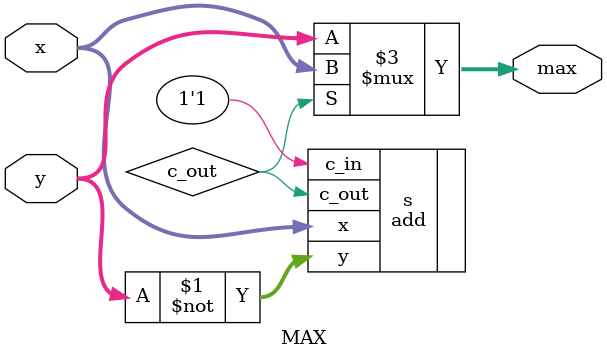
<source format=v>
module ABC (
    rfd_x, dav_x, x, rfd_y, dav_y, y, 
    out, 
    clock, reset_
);
    input clock, reset_;
    input dav_x, dav_y;
    output rfd_x, rfd_y;
    input [7:0] x, y;
    output out;
    
    reg RFD;
    reg OUT;
    reg [2:0] STAR;
    reg [7:0] COUNT;
    
    localparam S0=0, S1=1, S2=2, S3=3; 

    assign rfd_x = RFD;
    assign rfd_y = RFD;
    assign out = OUT;

    wire [7:0] max;
    MAX m (
        .x(x), .y(y), .max(max)
    );

    always @(reset_==0) #1 
        begin
            RFD = 1; 
            OUT = 0;
            STAR = S0; 
        end
    
    always @(posedge clock) if (reset_==1) #3
        casex(STAR)
            S0: 
                begin
                    RFD <= 1;
                    OUT <= 0;
                    COUNT <= max;
                    STAR <= ({dav_x, dav_y} == 2'B00) ? S1 : S0;
                end
            S1: 
                begin
                    RFD <= 0;
                    STAR <= ({dav_x, dav_y} == 2'B11) ? S2 : S1; 
                end
            S2: 
                begin
                    OUT <= 1;
                    COUNT <= COUNT - 1;
                    STAR <= (COUNT == 1) ? S0 : S2;
                end
        endcase

endmodule

module MAX(
    x, y,
    max
);
    input [7:0] x, y;
    output [7:0] max;

    wire c_out;
    add #( .N(8) ) s (
        .x(x), .y(~y), .c_in(1'b1),
        .c_out(c_out)
    );

    wire b_out = ~c_out;
    
    assign max = b_out ? y : x;
endmodule
</source>
